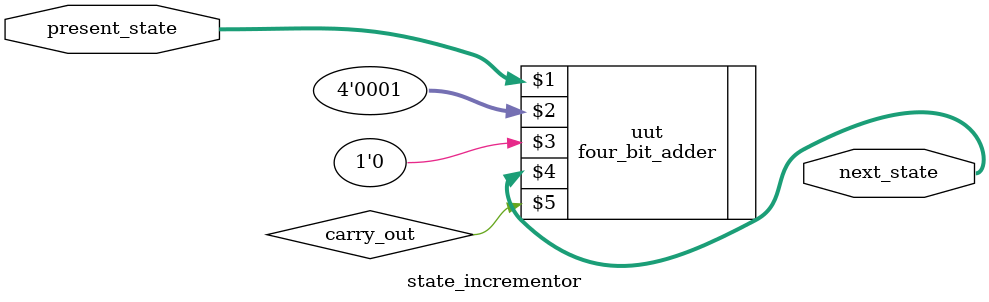
<source format=v>
module state_incrementor(present_state,next_state);

input [3:0] present_state;
output [3:0] next_state;
wire carry_out;
wire [3:0] next_state;

four_bit_adder uut(present_state, 4'b0001, 1'b0, next_state, carry_out);

endmodule

</source>
